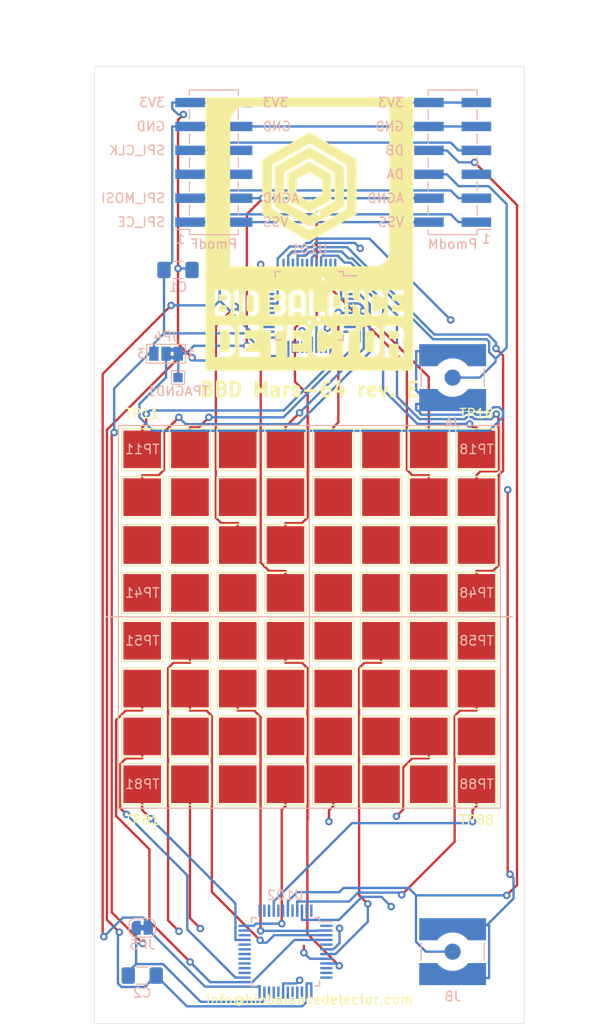
<source format=kicad_pcb>
(kicad_pcb (version 20241229) (generator "pcbnew") (generator_version "9.0")
  (title_block (title "Mars-64") (date "2020-05-10") (rev "E") (company "Bio Balance Detector"))
  (layers (0 "F.Cu" jumper) (2 "B.Cu" signal) (13 "F.Paste" user) (15 "B.Paste" user) (5 "F.SilkS" user "F.Silkscreen") (7 "B.SilkS" user "B.Silkscreen") (1 "F.Mask" user) (3 "B.Mask" user) (25 "Edge.Cuts" user))
  (net 0 "")
  (net 1 "/~{SPI_CE}")
  (net 2 "/SPI_MOSI")
  (net 3 "/SPI_CLK")
  (net 4 "GND")
  (net 5 "/VCC3V3")
  (net 6 "/AGND")
  (net 7 "/DA")
  (net 8 "/DB")
  (net 9 "Net-(TP101-Pad1)")
  (net 10 "Net-(TP102-Pad1)")
  (net 11 "Net-(TP103-Pad1)")
  (net 12 "Net-(TP104-Pad1)")
  (net 13 "Net-(TP105-Pad1)")
  (net 14 "Net-(TP106-Pad1)")
  (net 15 "Net-(TP107-Pad1)")
  (net 16 "Net-(TP108-Pad1)")
  (net 17 "Net-(TP109-Pad1)")
  (net 18 "Net-(TP110-Pad1)")
  (net 19 "Net-(TP111-Pad1)")
  (net 20 "Net-(TP112-Pad1)")
  (net 21 "Net-(TP113-Pad1)")
  (net 22 "Net-(TP114-Pad1)")
  (net 23 "Net-(TP115-Pad1)")
  (net 24 "Net-(TP116-Pad1)")
  (net 25 "Net-(TP117-Pad1)")
  (net 26 "Net-(TP118-Pad1)")
  (net 27 "Net-(TP119-Pad1)")
  (net 28 "Net-(TP120-Pad1)")
  (net 29 "Net-(TP121-Pad1)")
  (net 30 "Net-(TP122-Pad1)")
  (net 31 "Net-(TP123-Pad1)")
  (net 32 "Net-(TP124-Pad1)")
  (net 33 "Net-(TP125-Pad1)")
  (net 34 "Net-(TP126-Pad1)")
  (net 35 "Net-(TP127-Pad1)")
  (net 36 "Net-(TP128-Pad1)")
  (net 37 "Net-(TP129-Pad1)")
  (net 38 "Net-(TP130-Pad1)")
  (net 39 "Net-(TP131-Pad1)")
  (net 40 "Net-(TP132-Pad1)")
  (net 41 "Net-(TP201-Pad1)")
  (net 42 "Net-(TP202-Pad1)")
  (net 43 "Net-(TP203-Pad1)")
  (net 44 "Net-(TP204-Pad1)")
  (net 45 "Net-(TP205-Pad1)")
  (net 46 "Net-(TP206-Pad1)")
  (net 47 "Net-(TP207-Pad1)")
  (net 48 "Net-(TP208-Pad1)")
  (net 49 "Net-(TP209-Pad1)")
  (net 50 "Net-(TP210-Pad1)")
  (net 51 "Net-(TP211-Pad1)")
  (net 52 "Net-(TP212-Pad1)")
  (net 53 "Net-(TP213-Pad1)")
  (net 54 "Net-(TP214-Pad1)")
  (net 55 "Net-(TP215-Pad1)")
  (net 56 "Net-(TP216-Pad1)")
  (net 57 "Net-(TP217-Pad1)")
  (net 58 "Net-(TP218-Pad1)")
  (net 59 "Net-(TP219-Pad1)")
  (net 60 "Net-(TP220-Pad1)")
  (net 61 "Net-(TP221-Pad1)")
  (net 62 "Net-(TP222-Pad1)")
  (net 63 "Net-(TP223-Pad1)")
  (net 64 "Net-(TP224-Pad1)")
  (net 65 "Net-(TP225-Pad1)")
  (net 66 "Net-(TP226-Pad1)")
  (net 67 "Net-(TP227-Pad1)")
  (net 68 "Net-(TP228-Pad1)")
  (net 69 "Net-(TP229-Pad1)")
  (net 70 "Net-(TP230-Pad1)")
  (net 71 "Net-(TP231-Pad1)")
  (net 72 "Net-(TP232-Pad1)")
  (net 73 "Net-(J101-Pad2)")
  (net 74 "/VSS")
  (net 75 "Net-(PmodF2-Pad10)")
  (net 76 "Net-(PmodF2-Pad9)")
  (net 77 "Net-(PmodF2-Pad3)")
  (net 78 "Net-(PmodM1-Pad3)")
  (net 79 "Net-(U101-Pad15)")
  (net 80 "Net-(U101-Pad16)")
  (net 81 "Net-(U101-Pad20)")
  (net 82 "Net-(U101-Pad21)")
  (net 83 "Net-(U101-Pad22)")
  (net 84 "Net-(U101-Pad41)")
  (net 85 "Net-(U101-Pad42)")
  (net 86 "Net-(U101-Pad44)")
  (net 87 "Net-(U102-Pad44)")
  (net 88 "Net-(U102-Pad42)")
  (net 89 "Net-(U102-Pad41)")
  (net 90 "Net-(U102-Pad22)")
  (net 91 "Net-(U102-Pad21)")
  (net 92 "Net-(U102-Pad20)")
  (net 93 "Net-(U102-Pad16)")
  (net 94 "Net-(U102-Pad15)")
  (footprint "TestPoint:TestPoint_Pad_4.0x4.0mm" (layer "F.Cu") (at 81.28 119.38)
    (property "Reference" "TP229" (hide yes))
    (property "Value" "TestPoint_Small" (hide yes))
  )
  (footprint "TestPoint:TestPoint_Pad_4.0x4.0mm" (layer "F.Cu") (at 76.2 119.38)
    (property "Reference" "TP228" (hide yes))
    (property "Value" "TestPoint_Small" (hide yes))
  )
  (footprint "TestPoint:TestPoint_Pad_4.0x4.0mm" (layer "F.Cu") (at 91.44 119.38)
    (property "Reference" "TP231" (hide yes))
    (property "Value" "TestPoint_Small" (hide yes))
  )
  (footprint "TestPoint:TestPoint_Pad_4.0x4.0mm" (layer "F.Cu") (at 71.12 119.38)
    (property "Reference" "TP227" (hide yes))
    (property "Value" "TestPoint_Small" (hide yes))
  )
  (footprint "TestPoint:TestPoint_Pad_4.0x4.0mm" (layer "F.Cu") (at 86.36 119.38)
    (property "Reference" "TP230" (hide yes))
    (property "Value" "TestPoint_Small" (hide yes))
  )
  (footprint "TestPoint:TestPoint_Pad_4.0x4.0mm" (layer "F.Cu") (at 96.52 119.38)
    (property "Reference" "TP232" (hide yes))
    (property "Value" "TestPoint_Small" (hide yes))
  )
  (footprint "TestPoint:TestPoint_Pad_4.0x4.0mm" (layer "F.Cu") (at 96.52 114.3)
    (property "Reference" "TP224" (hide yes))
    (property "Value" "TestPoint_Small" (hide yes))
  )
  (footprint "TestPoint:TestPoint_Pad_4.0x4.0mm" (layer "F.Cu") (at 91.44 114.3)
    (property "Reference" "TP223" (hide yes))
    (property "Value" "TestPoint_Small" (hide yes))
  )
  (footprint "TestPoint:TestPoint_Pad_4.0x4.0mm" (layer "F.Cu") (at 81.28 114.3)
    (property "Reference" "TP221" (hide yes))
    (property "Value" "TestPoint_Small" (hide yes))
  )
  (footprint "TestPoint:TestPoint_Pad_4.0x4.0mm" (layer "F.Cu") (at 91.44 109.22)
    (property "Reference" "TP215" (hide yes))
    (property "Value" "TestPoint_Small" (hide yes))
  )
  (footprint "TestPoint:TestPoint_Pad_4.0x4.0mm" (layer "F.Cu") (at 76.2 114.3)
    (property "Reference" "TP220" (hide yes))
    (property "Value" "TestPoint_Small" (hide yes))
  )
  (footprint "TestPoint:TestPoint_Pad_4.0x4.0mm" (layer "F.Cu") (at 76.2 109.22)
    (property "Reference" "TP212" (hide yes))
    (property "Value" "TestPoint_Small" (hide yes))
  )
  (footprint "TestPoint:TestPoint_Pad_4.0x4.0mm" (layer "F.Cu") (at 60.96 109.22)
    (property "Reference" "TP209" (hide yes))
    (property "Value" "TestPoint_Small" (hide yes))
  )
  (footprint "TestPoint:TestPoint_Pad_4.0x4.0mm" (layer "F.Cu") (at 66.04 119.38)
    (property "Reference" "TP226" (hide yes))
    (property "Value" "TestPoint_Small" (hide yes))
  )
  (footprint "TestPoint:TestPoint_Pad_4.0x4.0mm" (layer "F.Cu") (at 86.36 114.3)
    (property "Reference" "TP222" (hide yes))
    (property "Value" "TestPoint_Small" (hide yes))
  )
  (footprint "TestPoint:TestPoint_Pad_4.0x4.0mm" (layer "F.Cu") (at 71.12 114.3)
    (property "Reference" "TP219" (hide yes))
    (property "Value" "TestPoint_Small" (hide yes))
  )
  (footprint "TestPoint:TestPoint_Pad_4.0x4.0mm" (layer "F.Cu") (at 81.28 109.22)
    (property "Reference" "TP213" (hide yes))
    (property "Value" "TestPoint_Small" (hide yes))
  )
  (footprint "TestPoint:TestPoint_Pad_4.0x4.0mm" (layer "F.Cu") (at 66.04 109.22)
    (property "Reference" "TP210" (hide yes))
    (property "Value" "TestPoint_Small" (hide yes))
  )
  (footprint "TestPoint:TestPoint_Pad_4.0x4.0mm" (layer "F.Cu") (at 86.36 109.22)
    (property "Reference" "TP214" (hide yes))
    (property "Value" "TestPoint_Small" (hide yes))
  )
  (footprint "TestPoint:TestPoint_Pad_4.0x4.0mm" (layer "F.Cu") (at 60.96 114.3)
    (property "Reference" "TP217" (hide yes))
    (property "Value" "TestPoint_Small" (hide yes))
  )
  (footprint "TestPoint:TestPoint_Pad_4.0x4.0mm" (layer "F.Cu") (at 60.96 119.38)
    (property "Reference" "TP225" (hide yes))
    (property "Value" "TestPoint_Small" (hide yes))
  )
  (footprint "TestPoint:TestPoint_Pad_4.0x4.0mm" (layer "F.Cu") (at 66.04 114.3)
    (property "Reference" "TP218" (hide yes))
    (property "Value" "TestPoint_Small" (hide yes))
  )
  (footprint "TestPoint:TestPoint_Pad_4.0x4.0mm" (layer "F.Cu") (at 96.52 109.22)
    (property "Reference" "TP216" (hide yes))
    (property "Value" "TestPoint_Small" (hide yes))
  )
  (footprint "TestPoint:TestPoint_Pad_4.0x4.0mm" (layer "F.Cu") (at 71.12 109.22)
    (property "Reference" "TP211" (hide yes))
    (property "Value" "TestPoint_Small" (hide yes))
  )
  (footprint "TestPoint:TestPoint_Pad_4.0x4.0mm" (layer "F.Cu") (at 86.36 104.14)
    (property "Reference" "TP206" (hide yes))
    (property "Value" "TestPoint_Small" (hide yes))
  )
  (footprint "TestPoint:TestPoint_Pad_4.0x4.0mm" (layer "F.Cu") (at 81.28 104.14)
    (property "Reference" "TP205" (hide yes))
    (property "Value" "TestPoint_Small" (hide yes))
  )
  (footprint "TestPoint:TestPoint_Pad_4.0x4.0mm" (layer "F.Cu") (at 71.12 104.14)
    (property "Reference" "TP203" (hide yes))
    (property "Value" "TestPoint_Small" (hide yes))
  )
  (footprint "TestPoint:TestPoint_Pad_4.0x4.0mm" (layer "F.Cu") (at 76.2 104.14)
    (property "Reference" "TP204" (hide yes))
    (property "Value" "TestPoint_Small" (hide yes))
  )
  (footprint "TestPoint:TestPoint_Pad_4.0x4.0mm" (layer "F.Cu") (at 66.04 104.14)
    (property "Reference" "TP202" (hide yes))
    (property "Value" "TestPoint_Small" (hide yes))
  )
  (footprint "TestPoint:TestPoint_Pad_4.0x4.0mm" (layer "F.Cu") (at 60.96 104.14)
    (property "Reference" "TP201" (hide yes))
    (property "Value" "TestPoint_Small" (hide yes))
  )
  (footprint "TestPoint:TestPoint_Pad_4.0x4.0mm" (layer "F.Cu") (at 91.44 99.06)
    (property "Reference" "TP131" (hide yes))
    (property "Value" "TestPoint_Small" (hide yes))
  )
  (footprint "TestPoint:TestPoint_Pad_4.0x4.0mm" (layer "F.Cu") (at 86.36 99.06)
    (property "Reference" "TP130" (hide yes))
    (property "Value" "TestPoint_Small" (hide yes))
  )
  (footprint "TestPoint:TestPoint_Pad_4.0x4.0mm" (layer "F.Cu") (at 71.12 99.06)
    (property "Reference" "TP127" (hide yes))
    (property "Value" "TestPoint_Small" (hide yes))
  )
  (footprint "TestPoint:TestPoint_Pad_4.0x4.0mm" (layer "F.Cu") (at 96.52 99.06)
    (property "Reference" "TP132" (hide yes))
    (property "Value" "TestPoint_Small" (hide yes))
  )
  (footprint "TestPoint:TestPoint_Pad_4.0x4.0mm" (layer "F.Cu") (at 81.28 99.06)
    (property "Reference" "TP129" (hide yes))
    (property "Value" "TestPoint_Small" (hide yes))
  )
  (footprint "TestPoint:TestPoint_Pad_4.0x4.0mm" (layer "F.Cu") (at 91.44 93.98)
    (property "Reference" "TP123" (hide yes))
    (property "Value" "TestPoint_Small" (hide yes))
  )
  (footprint "TestPoint:TestPoint_Pad_4.0x4.0mm" (layer "F.Cu") (at 76.2 99.06)
    (property "Reference" "TP128" (hide yes))
    (property "Value" "TestPoint_Small" (hide yes))
  )
  (footprint "TestPoint:TestPoint_Pad_4.0x4.0mm" (layer "F.Cu") (at 66.04 99.06)
    (property "Reference" "TP126" (hide yes))
    (property "Value" "TestPoint_Small" (hide yes))
  )
  (footprint "TestPoint:TestPoint_Pad_4.0x4.0mm" (layer "F.Cu") (at 60.96 99.06)
    (property "Reference" "TP125" (hide yes))
    (property "Value" "TestPoint_Small" (hide yes))
  )
  (footprint "TestPoint:TestPoint_Pad_4.0x4.0mm" (layer "F.Cu") (at 96.52 93.98)
    (property "Reference" "TP124" (hide yes))
    (property "Value" "TestPoint_Small" (hide yes))
  )
  (footprint "TestPoint:TestPoint_Pad_4.0x4.0mm" (layer "F.Cu") (at 96.52 104.14)
    (property "Reference" "TP208" (hide yes))
    (property "Value" "TestPoint_Small" (hide yes))
  )
  (footprint "TestPoint:TestPoint_Pad_4.0x4.0mm" (layer "F.Cu") (at 91.44 104.14)
    (property "Reference" "TP207" (hide yes))
    (property "Value" "TestPoint_Small" (hide yes))
  )
  (footprint "TestPoint:TestPoint_Pad_4.0x4.0mm" (layer "F.Cu") (at 71.12 83.82)
    (property "Reference" "TP103" (hide yes))
    (property "Value" "TestPoint_Small" (hide yes))
  )
  (footprint "TestPoint:TestPoint_Pad_4.0x4.0mm" (layer "F.Cu") (at 76.2 83.82)
    (property "Reference" "TP104" (hide yes))
    (property "Value" "TestPoint_Small" (hide yes))
  )
  (footprint "TestPoint:TestPoint_Pad_4.0x4.0mm" (layer "F.Cu") (at 66.04 83.82)
    (property "Reference" "TP102" (hide yes))
    (property "Value" "TestPoint_Small" (hide yes))
  )
  (footprint "TestPoint:TestPoint_Pad_4.0x4.0mm" (layer "F.Cu") (at 60.96 83.82)
    (property "Reference" "TP101" (hide yes))
    (property "Value" "TestPoint_Small" (hide yes))
  )
  (footprint "TestPoint:TestPoint_Pad_4.0x4.0mm" (layer "F.Cu") (at 86.36 88.9)
    (property "Reference" "TP114" (hide yes))
    (property "Value" "TestPoint_Small" (hide yes))
  )
  (footprint "TestPoint:TestPoint_Pad_4.0x4.0mm" (layer "F.Cu") (at 86.36 93.98)
    (property "Reference" "TP122" (hide yes))
    (property "Value" "TestPoint_Small" (hide yes))
  )
  (footprint "TestPoint:TestPoint_Pad_4.0x4.0mm" (layer "F.Cu") (at 71.12 88.9)
    (property "Reference" "TP111" (hide yes))
    (property "Value" "TestPoint_Small" (hide yes))
  )
  (footprint "TestPoint:TestPoint_Pad_4.0x4.0mm" (layer "F.Cu") (at 81.28 93.98)
    (property "Reference" "TP121" (hide yes))
    (property "Value" "TestPoint_Small" (hide yes))
  )
  (footprint "TestPoint:TestPoint_Pad_4.0x4.0mm" (layer "F.Cu") (at 60.96 88.9)
    (property "Reference" "TP109" (hide yes))
    (property "Value" "TestPoint_Small" (hide yes))
  )
  (footprint "TestPoint:TestPoint_Pad_4.0x4.0mm" (layer "F.Cu") (at 66.04 93.98)
    (property "Reference" "TP118" (hide yes))
    (property "Value" "TestPoint_Small" (hide yes))
  )
  (footprint "TestPoint:TestPoint_Pad_4.0x4.0mm" (layer "F.Cu") (at 60.96 93.98)
    (property "Reference" "TP117" (hide yes))
    (property "Value" "TestPoint_Small" (hide yes))
  )
  (footprint "TestPoint:TestPoint_Pad_4.0x4.0mm" (layer "F.Cu") (at 76.2 93.98)
    (property "Reference" "TP120" (hide yes))
    (property "Value" "TestPoint_Small" (hide yes))
  )
  (footprint "TestPoint:TestPoint_Pad_4.0x4.0mm" (layer "F.Cu") (at 71.12 93.98)
    (property "Reference" "TP119" (hide yes))
    (property "Value" "TestPoint_Small" (hide yes))
  )
  (footprint "TestPoint:TestPoint_Pad_4.0x4.0mm" (layer "F.Cu") (at 96.52 88.9)
    (property "Reference" "TP116" (hide yes))
    (property "Value" "TestPoint_Small" (hide yes))
  )
  (footprint "TestPoint:TestPoint_Pad_4.0x4.0mm" (layer "F.Cu") (at 91.44 88.9)
    (property "Reference" "TP115" (hide yes))
    (property "Value" "TestPoint_Small" (hide yes))
  )
  (footprint "TestPoint:TestPoint_Pad_4.0x4.0mm" (layer "F.Cu") (at 86.36 83.82)
    (property "Reference" "TP106" (hide yes))
    (property "Value" "TestPoint_Small" (hide yes))
  )
  (footprint "TestPoint:TestPoint_Pad_4.0x4.0mm" (layer "F.Cu") (at 76.2 88.9)
    (property "Reference" "TP112" (hide yes))
    (property "Value" "TestPoint_Small" (hide yes))
  )
  (footprint "TestPoint:TestPoint_Pad_4.0x4.0mm" (layer "F.Cu") (at 81.28 88.9)
    (property "Reference" "TP113" (hide yes))
    (property "Value" "TestPoint_Small" (hide yes))
  )
  (footprint "TestPoint:TestPoint_Pad_4.0x4.0mm" (layer "F.Cu") (at 96.52 83.82)
    (property "Reference" "TP108" (hide yes))
    (property "Value" "TestPoint_Small" (hide yes))
  )
  (footprint "TestPoint:TestPoint_Pad_4.0x4.0mm" (layer "F.Cu") (at 91.44 83.82)
    (property "Reference" "TP107" (hide yes))
    (property "Value" "TestPoint_Small" (hide yes))
  )
  (footprint "TestPoint:TestPoint_Pad_4.0x4.0mm" (layer "F.Cu") (at 66.04 88.9)
    (property "Reference" "TP110" (hide yes))
    (property "Value" "TestPoint_Small" (hide yes))
  )
  (footprint "TestPoint:TestPoint_Pad_4.0x4.0mm" (layer "F.Cu") (at 81.28 83.82)
    (property "Reference" "TP105" (hide yes))
    (property "Value" "TestPoint_Small" (hide yes))
  )
  (footprint "MountingHole:MountingHole_2.7mm_M2.5" (layer "F.Cu") (at 59.69 68.58)
    (property "Reference" "H1" (hide yes))
    (property "Value" "MountingHole")
  )
  (footprint "MountingHole:MountingHole_2.7mm_M2.5" (layer "F.Cu") (at 97.79 68.58)
    (property "Reference" "H2" (hide yes))
    (property "Value" "MountingHole")
  )
  (footprint "MountingHole:MountingHole_2.7mm_M2.5" (layer "F.Cu") (at 59.69 127)
    (property "Reference" "H3" (hide yes))
    (property "Value" "MountingHole")
  )
  (footprint "MountingHole:MountingHole_2.7mm_M2.5" (layer "F.Cu") (at 97.79 127)
    (property "Reference" "H4" (hide yes))
    (property "Value" "MountingHole")
  )
  (footprint "Mars-64:BBD_Logo_33x33mm" (layer "F.Cu") (at 78.74 60.96)
    (property "Reference" "G***" (hide yes))
    (property "Value" "LOGO" (hide yes))
  )
  (footprint "Connector_Coaxial:SMA_Amphenol_132134-10_Vertical" (layer "B.Cu") (at 93.98 137.16)
    (property "Reference" "JB")
    (property "Value" "Conn_Coaxial")
  )
  (footprint "TestPoint:TestPoint_Pad_1.0x1.0mm" (layer "B.Cu") (at 64.77 76.2)
    (property "Reference" "TPAGND1")
    (property "Value" "TestPoint_Small")
  )
  (footprint "Jumper:SolderJumper-3_P1.3mm_Bridged2Bar12_Pad1.0x1.5mm_NumberLabels" (layer "B.Cu") (at 63.5 73.66 180)
    (property "Reference" "JP4")
    (property "Value" "Jumper_NC_Dual")
  )
  (footprint "Capacitor_SMD:C_1206_3216Metric_Pad1.42x1.75mm_HandSolder" (layer "B.Cu") (at 60.96 139.7)
    (property "Reference" "C2")
    (property "Value" "100 nF")
  )
  (footprint "Package_QFP:TQFP-48_7x7mm_P0.5mm" (layer "B.Cu") (at 78.74 68.58 180)
    (property "Reference" "U101")
    (property "Value" "ADG731")
  )
  (footprint "Jumper:SolderJumper-2_P1.3mm_Bridged_RoundedPad1.0x1.5mm" (layer "B.Cu") (at 60.96 134.62)
    (property "Reference" "JP5")
    (property "Value" "SolderJumper_2_Bridged")
  )
  (footprint "Connector_Coaxial:SMA_Amphenol_132134-10_Vertical" (layer "B.Cu") (at 93.98 76.2)
    (property "Reference" "JA")
    (property "Value" "Conn_Coaxial")
  )
  (footprint "Capacitor_SMD:C_1206_3216Metric_Pad1.42x1.75mm_HandSolder" (layer "B.Cu") (at 64.77 64.77)
    (property "Reference" "C1")
    (property "Value" "100 nF")
  )
  (footprint "Package_QFP:TQFP-48_7x7mm_P0.5mm" (layer "B.Cu") (at 76.2 137.16 180)
    (property "Reference" "U102")
    (property "Value" "ADG731")
  )
  (footprint "Mars-64:PinHeader_2x06_P2.54mm_Vertical_SMD_TopBottom" (layer "B.Cu") (at 68.58 53.34)
    (property "Reference" "PmodF")
    (property "Value" "Conn_02x06_Top_Bottom")
  )
  (footprint "Mars-64:PinHeader_2x06_P2.54mm_Vertical_SMD_TopBottom_Mirrored" (layer "B.Cu") (at 93.98 53.34)
    (property "Reference" "PmodM")
    (property "Value" "Conn_02x06_Top_Bottom")
  )
  (gr_line (start 78.74 80.01) (end 78.74 82.55) (stroke (width 0.12)) (layer "F.SilkS"))
  (gr_line (start 77.47 101.6) (end 80.01 101.6) (stroke (width 0.12)) (layer "F.SilkS"))
  (gr_line (start 97.79 101.6) (end 100.33 101.6) (stroke (width 0.12)) (layer "F.SilkS"))
  (gr_line (start 57.15 101.6) (end 59.69 101.6) (stroke (width 0.12)) (layer "F.SilkS"))
  (gr_line (start 78.74 100.33) (end 78.74 102.87) (stroke (width 0.12)) (layer "F.SilkS"))
  (gr_line (start 78.74 123.19) (end 78.74 120.65) (stroke (width 0.12)) (layer "F.SilkS"))
  (gr_line (start 58.42 121.92) (end 58.42 81.28) (stroke (width 0.12)) (layer "B.SilkS"))
  (gr_line (start 58.42 101.6) (end 99.06 101.6) (stroke (width 0.12)) (layer "B.SilkS"))
  (gr_line (start 78.74 121.92) (end 78.74 123.19) (stroke (width 0.12)) (layer "B.SilkS"))
  (gr_line (start 78.74 81.28) (end 78.74 80.01) (stroke (width 0.12)) (layer "B.SilkS"))
  (gr_line (start 99.06 121.92) (end 58.42 121.92) (stroke (width 0.12)) (layer "B.SilkS"))
  (gr_line (start 58.42 81.28) (end 99.06 81.28) (stroke (width 0.12)) (layer "B.SilkS"))
  (gr_line (start 78.74 81.28) (end 78.74 121.92) (stroke (width 0.12)) (layer "B.SilkS"))
  (gr_line (start 58.42 101.6) (end 57.15 101.6) (stroke (width 0.12)) (layer "B.SilkS"))
  (gr_line (start 99.06 81.28) (end 99.06 121.92) (stroke (width 0.12)) (layer "B.SilkS"))
  (gr_line (start 99.06 101.6) (end 100.33 101.6) (stroke (width 0.12)) (layer "B.SilkS"))
  (gr_line (start 55.88 43.18) (end 55.88 144.78) (stroke (width 0.05)) (layer "Edge.Cuts"))
  (gr_line (start 101.6 43.18) (end 101.6 144.78) (stroke (width 0.05)) (layer "Edge.Cuts"))
  (gr_line (start 55.88 43.18) (end 101.6 43.18) (stroke (width 0.05)) (layer "Edge.Cuts"))
  (gr_line (start 101.6 144.78) (end 55.88 144.78) (stroke (width 0.05)) (layer "Edge.Cuts"))
  (gr_text "BBD Mars-64 rev. E" (at 78.74 77.47 0) (layer "F.SilkS") (effects (font (size 1.5 1.5) (thickness 0.3))))
  (gr_text "TP81" (at 60.96 123.19 0) (layer "F.SilkS") (effects (font (size 1 1))))
  (gr_text "TP18" (at 96.52 80.01 0) (layer "F.SilkS") (effects (font (size 1 1))))
  (gr_text "TP11" (at 60.96 80.01 0) (layer "F.SilkS") (effects (font (size 1 1))))
  (gr_text "info@biobalancedetector.com" (at 78.74 142.24 0) (layer "F.SilkS") (effects (font (size 1 1))))
  (gr_text "TP88" (at 96.52 123.19 0) (layer "F.SilkS") (effects (font (size 1 1))))
  (gr_text "DA" (at 88.9 54.61 0) (layer "B.SilkS") (effects (font (size 1 1)) (justify left mirror)))
  (gr_text "AGND" (at 88.9 57.15 0) (layer "B.SilkS") (effects (font (size 1 1)) (justify left mirror)))
  (gr_text "VSS" (at 88.9 59.69 0) (layer "B.SilkS") (effects (font (size 1 1)) (justify left mirror)))
  (gr_text "3V3" (at 73.66 46.99 0) (layer "B.SilkS") (effects (font (size 1 1)) (justify right mirror)))
  (gr_text "GND" (at 73.66 49.53 0) (layer "B.SilkS") (effects (font (size 1 1)) (justify right mirror)))
  (gr_text "GND" (at 88.9 49.53 0) (layer "B.SilkS") (effects (font (size 1 1)) (justify left mirror)))
  (gr_text "3V3" (at 88.9 46.99 0) (layer "B.SilkS") (effects (font (size 1 1)) (justify left mirror)))
  (gr_text "AGND" (at 73.66 57.15 0) (layer "B.SilkS") (effects (font (size 1 1)) (justify right mirror)))
  (gr_text "TP41" (at 60.96 99.06 0) (layer "B.SilkS") (effects (font (size 1 1)) (justify mirror)))
  (gr_text "DB" (at 88.9 52.07 0) (layer "B.SilkS") (effects (font (size 1 1)) (justify left mirror)))
  (gr_text "SPI_CLK" (at 63.5 52.07 0) (layer "B.SilkS") (effects (font (size 1 1)) (justify left mirror)))
  (gr_text "TP81" (at 60.96 119.38 0) (layer "B.SilkS") (effects (font (size 1 1)) (justify mirror)))
  (gr_text "3V3" (at 63.5 46.99 0) (layer "B.SilkS") (effects (font (size 1 1)) (justify left mirror)))
  (gr_text "VSS" (at 73.66 59.69 0) (layer "B.SilkS") (effects (font (size 1 1)) (justify right mirror)))
  (gr_text "SPI_CE" (at 63.5 59.69 0) (layer "B.SilkS") (effects (font (size 1 1)) (justify left mirror)))
  (gr_text "TP18" (at 96.52 83.82 0) (layer "B.SilkS") (effects (font (size 1 1)) (justify mirror)))
  (gr_text "GND" (at 63.5 49.53 0) (layer "B.SilkS") (effects (font (size 1 1)) (justify left mirror)))
  (gr_text "SPI_MOSI" (at 63.5 57.15 0) (layer "B.SilkS") (effects (font (size 1 1)) (justify left mirror)))
  (gr_text "TP88" (at 96.52 119.38 0) (layer "B.SilkS") (effects (font (size 1 1)) (justify mirror)))
  (gr_text "TP51" (at 60.96 104.14 0) (layer "B.SilkS") (effects (font (size 1 1)) (justify mirror)))
  (gr_text "TP58" (at 96.52 104.14 0) (layer "B.SilkS") (effects (font (size 1 1)) (justify mirror)))
  (gr_text "TP11" (at 60.96 83.82 0) (layer "B.SilkS") (effects (font (size 1 1)) (justify mirror)))
  (gr_text "TP48" (at 96.52 99.06 0) (layer "B.SilkS") (effects (font (size 1 1)) (justify mirror)))
  (segment (start 79.5149 59.0575) (end 79.5149 69.8234) (width 0.25) (layer "F.Cu") (net 1))
  (segment (start 79.5149 69.8234) (end 79.724 70.0325) (width 0.25) (layer "F.Cu") (net 1))
  (segment (start 79.7091 58.8633) (end 79.5149 59.0575) (width 0.25) (layer "F.Cu") (net 1))
  (via (at 79.7091 58.8633) (size 0.8) (drill 0.4) (layers "F.Cu" "B.Cu") (net 1))
  (via (at 79.724 70.0325) (size 0.8) (drill 0.4) (layers "F.Cu" "B.Cu") (net 1))
  (segment (start 79.7091 58.8633) (end 68.7834 58.8633) (width 0.25) (layer "B.Cu") (net 1))
  (segment (start 66.055 59.69) (end 67.9567 59.69) (width 0.25) (layer "B.Cu") (net 1))
  (segment (start 79.49 72.93) (end 79.49 70.2665) (width 0.25) (layer "B.Cu") (net 1))
  (segment (start 94.6033 59.69) (end 93.7766 58.8633) (width 0.25) (layer "B.Cu") (net 1))
  (segment (start 96.505 59.69) (end 94.6033 59.69) (width 0.25) (layer "B.Cu") (net 1))
  (segment (start 79.49 70.2665) (end 79.724 70.0325) (width 0.25) (layer "B.Cu") (net 1))
  (segment (start 68.7834 58.8633) (end 67.9567 59.69) (width 0.25) (layer "B.Cu") (net 1))
  (segment (start 93.7766 58.8633) (end 79.7091 58.8633) (width 0.25) (layer "B.Cu") (net 1))
  (via (at 77.9546 71.2265) (size 0.8) (drill 0.4) (layers "F.Cu" "B.Cu") (net 2))
  (segment (start 93.7766 56.3233) (end 94.6033 57.15) (width 0.25) (layer "B.Cu") (net 2))
  (segment (start 68.7834 56.3233) (end 93.7766 56.3233) (width 0.25) (layer "B.Cu") (net 2))
  (segment (start 66.055 57.15) (end 67.9567 57.15) (width 0.25) (layer "B.Cu") (net 2))
  (segment (start 78.99 71.9533) (end 78.2632 71.2265) (width 0.25) (layer "B.Cu") (net 2))
  (segment (start 78.99 72.93) (end 78.99 71.9533) (width 0.25) (layer "B.Cu") (net 2))
  (segment (start 96.505 57.15) (end 94.6033 57.15) (width 0.25) (layer "B.Cu") (net 2))
  (segment (start 78.2632 71.2265) (end 77.9546 71.2265) (width 0.25) (layer "B.Cu") (net 2))
  (segment (start 67.9567 57.15) (end 68.7834 56.3233) (width 0.25) (layer "B.Cu") (net 2))
  (via (at 77.7 140.1975) (size 0.8) (drill 0.4) (layers "F.Cu" "B.Cu") (net 3))
  (via (at 80.6548 70.9423) (size 0.8) (drill 0.4) (layers "F.Cu" "B.Cu") (net 3))
  (segment (start 93.7766 51.2433) (end 94.6033 52.07) (width 0.25) (layer "B.Cu") (net 3))
  (segment (start 68.7834 51.2433) (end 93.7766 51.2433) (width 0.25) (layer "B.Cu") (net 3))
  (segment (start 67.9567 52.07) (end 68.7834 51.2433) (width 0.25) (layer "B.Cu") (net 3))
  (segment (start 96.505 52.07) (end 94.6033 52.07) (width 0.25) (layer "B.Cu") (net 3))
  (segment (start 77.3642 140.5333) (end 77.7 140.1975) (width 0.25) (layer "B.Cu") (net 3))
  (segment (start 75.95 140.5333) (end 77.3642 140.5333) (width 0.25) (layer "B.Cu") (net 3))
  (segment (start 75.95 141.51) (end 75.95 140.5333) (width 0.25) (layer "B.Cu") (net 3))
  (segment (start 66.055 52.07) (end 67.9567 52.07) (width 0.25) (layer "B.Cu") (net 3))
  (segment (start 57.7184 132.9809) (end 61.0278 136.2903) (width 0.25) (layer "F.Cu") (net 4))
  (segment (start 57.9789 82.0268) (end 57.7184 82.2873) (width 0.25) (layer "F.Cu") (net 4))
  (segment (start 57.7184 82.2873) (end 57.7184 132.9809) (width 0.25) (layer "F.Cu") (net 4))
  (via (at 57.9789 82.0268) (size 0.8) (drill 0.4) (layers "F.Cu" "B.Cu") (net 4))
  (via (at 61.0278 136.2903) (size 0.8) (drill 0.4) (layers "F.Cu" "B.Cu") (net 4))
  (segment (start 62.2 73.66) (end 62.2 73.1216) (width 0.25) (layer "B.Cu") (net 4))
  (segment (start 66.055 49.53) (end 64.1533 49.53) (width 0.25) (layer "B.Cu") (net 4))
  (segment (start 60.31 136.2903) (end 60.31 138.4798) (width 0.25) (layer "B.Cu") (net 4))
  (segment (start 74.2923 73.9067) (end 76.49 73.9067) (width 0.25) (layer "B.Cu") (net 4))
  (segment (start 71.105 49.53) (end 91.455 49.53) (width 0.25) (layer "B.Cu") (net 4))
  (segment (start 67.184 142.4867) (end 63.1771 138.4798) (width 0.25) (layer "B.Cu") (net 4))
  (segment (start 64.1533 49.53) (end 64.1533 63.8992) (width 0.25) (layer "B.Cu") (net 4))
  (segment (start 66.055 49.53) (end 71.105 49.53) (width 0.25) (layer "B.Cu") (net 4))
  (segment (start 57.9789 77.3427) (end 57.9789 82.0268) (width 0.25) (layer "B.Cu") (net 4))
  (segment (start 76.49 72.93) (end 76.49 73.9067) (width 0.25) (layer "B.Cu") (net 4))
  (segment (start 73.95 141.51) (end 73.95 142.4867) (width 0.25) (layer "B.Cu") (net 4))
  (segment (start 73.95 142.4867) (end 67.184 142.4867) (width 0.25) (layer "B.Cu") (net 4))
  (segment (start 91.455 49.53) (end 96.505 49.53) (width 0.25) (layer "B.Cu") (net 4))
  (segment (start 63.2825 71.5008) (end 71.8864 71.5008) (width 0.25) (layer "B.Cu") (net 4))
  (segment (start 63.2825 71.5008) (end 62.2 72.5833) (width 0.25) (layer "B.Cu") (net 4))
  (segment (start 61.0278 136.2903) (end 60.31 136.2903) (width 0.25) (layer "B.Cu") (net 4))
  (segment (start 63.2825 64.77) (end 63.2825 71.5008) (width 0.25) (layer "B.Cu") (net 4))
  (segment (start 62.2 73.1216) (end 57.9789 77.3427) (width 0.25) (layer "B.Cu") (net 4))
  (segment (start 64.1533 63.8992) (end 63.2825 64.77) (width 0.25) (layer "B.Cu") (net 4))
  (segment (start 62.2 73.1216) (end 62.2 72.5833) (width 0.25) (layer "B.Cu") (net 4))
  (segment (start 63.1771 138.4798) (end 60.31 138.4798) (width 0.25) (layer "B.Cu") (net 4))
  (segment (start 59.4725 139.7) (end 59.4725 139.3173) (width 0.25) (layer "B.Cu") (net 4))
  (segment (start 59.4725 139.3173) (end 60.31 138.4798) (width 0.25) (layer "B.Cu") (net 4))
  (segment (start 71.8864 71.5008) (end 74.2923 73.9067) (width 0.25) (layer "B.Cu") (net 4))
  (segment (start 60.31 134.62) (end 60.31 136.2903) (width 0.25) (layer "B.Cu") (net 4))
  (segment (start 65.3468 48.26) (end 64.77 48.8368) (width 0.25) (layer "F.Cu") (net 5))
  (segment (start 65.5688 73.3826) (end 66.2801 74.0939) (width 0.25) (layer "F.Cu") (net 5))
  (segment (start 64.77 48.8368) (end 64.77 64.6143) (width 0.25) (layer "F.Cu") (net 5))
  (segment (start 64.77 72.5838) (end 65.5688 73.3826) (width 0.25) (layer "F.Cu") (net 5))
  (segment (start 58.5281 135.0915) (end 57.2054 133.7688) (width 0.25) (layer "F.Cu") (net 5))
  (segment (start 57.2054 133.7688) (end 57.2054 81.746) (width 0.25) (layer "F.Cu") (net 5))
  (segment (start 64.77 64.6143) (end 64.77 72.5838) (width 0.25) (layer "F.Cu") (net 5))
  (segment (start 57.2054 81.746) (end 65.5688 73.3826) (width 0.25) (layer "F.Cu") (net 5))
  (via (at 66.2801 74.0939) (size 0.8) (drill 0.4) (layers "F.Cu" "B.Cu") (net 5))
  (via (at 58.5281 135.0915) (size 0.8) (drill 0.4) (layers "F.Cu" "B.Cu") (net 5))
  (via (at 65.3468 48.26) (size 0.8) (drill 0.4) (layers "F.Cu" "B.Cu") (net 5))
  (via (at 64.77 64.6143) (size 0.8) (drill 0.4) (layers "F.Cu" "B.Cu") (net 5))
  (segment (start 61.2448 140.9027) (end 58.7523 140.9027) (width 0.25) (layer "B.Cu") (net 5))
  (segment (start 62.4475 139.7) (end 65.7104 142.9629) (width 0.25) (layer "B.Cu") (net 5))
  (segment (start 65.7104 142.9629) (end 77.9738 142.9629) (width 0.25) (layer "B.Cu") (net 5))
  (segment (start 78.45 140.5333) (end 78.95 140.5333) (width 0.25) (layer "B.Cu") (net 5))
  (segment (start 64.1533 46.99) (end 64.1533 47.6325) (width 0.25) (layer "B.Cu") (net 5))
  (segment (start 96.505 46.99) (end 91.455 46.99) (width 0.25) (layer "B.Cu") (net 5))
  (segment (start 80.5167 74.38) (end 80.99 73.9067) (width 0.25) (layer "B.Cu") (net 5))
  (segment (start 66.055 46.99) (end 64.1533 46.99) (width 0.25) (layer "B.Cu") (net 5))
  (segment (start 77.9738 142.9629) (end 78.45 142.4867) (width 0.25) (layer "B.Cu") (net 5))
  (segment (start 78.45 141.51) (end 78.45 140.5333) (width 0.25) (layer "B.Cu") (net 5))
  (segment (start 64.77 64.6143) (end 66.1018 64.6143) (width 0.25) (layer "B.Cu") (net 5))
  (segment (start 80.99 72.93) (end 80.99 73.9067) (width 0.25) (layer "B.Cu") (net 5))
  (segment (start 64.1533 47.6325) (end 64.7808 48.26) (width 0.25) (layer "B.Cu") (net 5))
  (segment (start 78.45 141.51) (end 78.45 142.4867) (width 0.25) (layer "B.Cu") (net 5))
  (segment (start 64.7808 48.26) (end 65.3468 48.26) (width 0.25) (layer "B.Cu") (net 5))
  (segment (start 71.105 46.99) (end 66.055 46.99) (width 0.25) (layer "B.Cu") (net 5))
  (segment (start 58.7523 140.9027) (end 58.3791 140.5295) (width 0.25) (layer "B.Cu") (net 5))
  (segment (start 81.49 72.93) (end 81.49 71.9533) (width 0.25) (layer "B.Cu") (net 5))
  (segment (start 62.4475 139.7) (end 61.2448 140.9027) (width 0.25) (layer "B.Cu") (net 5))
  (segment (start 78.95 141.51) (end 78.95 140.5333) (width 0.25) (layer "B.Cu") (net 5))
  (segment (start 66.2801 74.0939) (end 66.5662 74.38) (width 0.25) (layer "B.Cu") (net 5))
  (segment (start 66.1018 64.6143) (end 66.2575 64.77) (width 0.25) (layer "B.Cu") (net 5))
  (segment (start 80.99 72.4416) (end 80.99 71.9533) (width 0.25) (layer "B.Cu") (net 5))
  (segment (start 80.99 71.9533) (end 81.49 71.9533) (width 0.25) (layer "B.Cu") (net 5))
  (segment (start 80.99 72.4416) (end 80.99 72.93) (width 0.25) (layer "B.Cu") (net 5))
  (segment (start 58.3791 135.2405) (end 58.5281 135.0915) (width 0.25) (layer "B.Cu") (net 5))
  (segment (start 91.455 46.99) (end 71.105 46.99) (width 0.25) (layer "B.Cu") (net 5))
  (segment (start 66.5662 74.38) (end 80.5167 74.38) (width 0.25) (layer "B.Cu") (net 5))
  (segment (start 58.3791 140.5295) (end 58.3791 135.2405) (width 0.25) (layer "B.Cu") (net 5))
  (segment (start 72.0915 72.8194) (end 72.0915 58.8553) (width 0.25) (layer "F.Cu") (net 6))
  (segment (start 72.0915 58.8553) (end 73.7968 57.15) (width 0.25) (layer "F.Cu") (net 6))
  (via (at 73.7968 57.15) (size 0.8) (drill 0.4) (layers "F.Cu" "B.Cu") (net 6))
  (via (at 72.0915 72.8194) (size 0.8) (drill 0.4) (layers "F.Cu" "B.Cu") (net 6))
  (segment (start 64.8 73.66) (end 65.6267 73.66) (width 0.25) (layer "B.Cu") (net 6))
  (segment (start 64.77 75.3733) (end 64.8 75.3433) (width 0.25) (layer "B.Cu") (net 6))
  (segment (start 64.8 75.3433) (end 64.8 73.66) (width 0.25) (layer "B.Cu") (net 6))
  (segment (start 72.0915 72.8194) (end 66.4673 72.8194) (width 0.25) (layer "B.Cu") (net 6))
  (segment (start 64.77 76.2) (end 64.77 75.3733) (width 0.25) (layer "B.Cu") (net 6))
  (segment (start 66.4673 72.8194) (end 65.6267 73.66) (width 0.25) (layer "B.Cu") (net 6))
  (segment (start 73.7968 57.15) (end 91.455 57.15) (width 0.25) (layer "B.Cu") (net 6))
  (segment (start 71.105 57.15) (end 73.7968 57.15) (width 0.25) (layer "B.Cu") (net 6))
  (segment (start 97.6108 72.1304) (end 91.9051 72.1304) (width 0.25) (layer "B.Cu") (net 7))
  (segment (start 93.98 76.2) (end 96.8598 76.2) (width 0.25) (layer "B.Cu") (net 7))
  (segment (start 93.3567 54.61) (end 94.6198 55.8731) (width 0.25) (layer "B.Cu") (net 7))
  (segment (start 82.1653 62.8016) (end 79.803 62.8016) (width 0.25) (layer "B.Cu") (net 7))
  (segment (start 79.2189 63.2533) (end 78.99 63.4822) (width 0.25) (layer "B.Cu") (net 7))
  (segment (start 99.7221 57.7798) (end 99.7221 73.0193) (width 0.25) (layer "B.Cu") (net 7))
  (segment (start 94.6198 55.8731) (end 97.8154 55.8731) (width 0.25) (layer "B.Cu") (net 7))
  (segment (start 99.7221 73.0193) (end 98.5519 74.1895) (width 0.25) (layer "B.Cu") (net 7))
  (segment (start 84.7787 65.0039) (end 83.3134 63.5386) (width 0.25) (layer "B.Cu") (net 7))
  (segment (start 97.8154 55.8731) (end 99.7221 57.7798) (width 0.25) (layer "B.Cu") (net 7))
  (segment (start 79.3513 63.2533) (end 79.2189 63.2533) (width 0.25) (layer "B.Cu") (net 7))
  (segment (start 83.3134 63.5386) (end 82.9023 63.5386) (width 0.25) (layer "B.Cu") (net 7))
  (segment (start 98.5519 74.5079) (end 98.5519 74.1895) (width 0.25) (layer "B.Cu") (net 7))
  (segment (start 91.455 54.61) (end 93.3567 54.61) (width 0.25) (layer "B.Cu") (net 7))
  (segment (start 98.5519 74.1895) (end 97.8621 73.4997) (width 0.25) (layer "B.Cu") (net 7))
  (segment (start 79.803 62.8016) (end 79.3513 63.2533) (width 0.25) (layer "B.Cu") (net 7))
  (segment (start 96.8598 76.2) (end 98.5519 74.5079) (width 0.25) (layer "B.Cu") (net 7))
  (segment (start 78.99 63.4822) (end 78.99 64.23) (width 0.25) (layer "B.Cu") (net 7))
  (segment (start 84.7787 65.004) (end 84.7787 65.0039) (width 0.25) (layer "B.Cu") (net 7))
  (segment (start 91.9051 72.1304) (end 84.7787 65.004) (width 0.25) (layer "B.Cu") (net 7))
  (segment (start 97.8621 72.3817) (end 97.6108 72.1304) (width 0.25) (layer "B.Cu") (net 7))
  (segment (start 97.8621 73.4997) (end 97.8621 72.3817) (width 0.25) (layer "B.Cu") (net 7))
  (segment (start 82.9023 63.5386) (end 82.1653 62.8016) (width 0.25) (layer "B.Cu") (net 7))
  (segment (start 96.301 53.34) (end 100.8291 57.8681) (width 0.25) (layer "F.Cu") (net 8))
  (segment (start 100.8291 130.0773) (end 99.7303 131.1761) (width 0.25) (layer "F.Cu") (net 8))
  (segment (start 100.8291 57.8681) (end 100.8291 130.0773) (width 0.25) (layer "F.Cu") (net 8))
  (via (at 96.301 53.34) (size 0.8) (drill 0.4) (layers "F.Cu" "B.Cu") (net 8))
  (via (at 99.7303 131.1761) (size 0.8) (drill 0.4) (layers "F.Cu" "B.Cu") (net 8))
  (segment (start 91.1323 137.16) (end 90.0792 136.1069) (width 0.25) (layer "B.Cu") (net 8))
  (segment (start 89.2949 130.3918) (end 82.3733 130.3918) (width 0.25) (layer "B.Cu") (net 8))
  (segment (start 90.0792 131.1761) (end 99.7303 131.1761) (width 0.25) (layer "B.Cu") (net 8))
  (segment (start 82.3733 130.3918) (end 82.1076 130.6575) (width 0.25) (layer "B.Cu") (net 8))
  (segment (start 94.6267 53.34) (end 93.3567 52.07) (width 0.25) (layer "B.Cu") (net 8))
  (segment (start 81.9205 130.8446) (end 77.4387 130.8446) (width 0.25) (layer "B.Cu") (net 8))
  (segment (start 76.45 132.81) (end 76.45 131.8333) (width 0.25) (layer "B.Cu") (net 8))
  (segment (start 90.0792 131.1761) (end 89.2949 130.3918) (width 0.25) (layer "B.Cu") (net 8))
  (segment (start 77.4387 130.8446) (end 76.45 131.8333) (width 0.25) (layer "B.Cu") (net 8))
  (segment (start 93.98 137.16) (end 91.1323 137.16) (width 0.25) (layer "B.Cu") (net 8))
  (segment (start 82.1076 130.6575) (end 81.9205 130.8446) (width 0.25) (layer "B.Cu") (net 8))
  (segment (start 91.455 52.07) (end 93.3567 52.07) (width 0.25) (layer "B.Cu") (net 8))
  (segment (start 82.1076 130.6575) (end 81.9205 130.8446) (width 0.25) (layer "B.Cu") (net 8))
  (segment (start 90.0792 136.1069) (end 90.0792 131.1761) (width 0.25) (layer "B.Cu") (net 8))
  (segment (start 96.301 53.34) (end 94.6267 53.34) (width 0.25) (layer "B.Cu") (net 8))
  (segment (start 60.96 81.4933) (end 61.3842 81.0691) (width 0.25) (layer "F.Cu") (net 9))
  (segment (start 60.96 83.82) (end 60.96 81.4933) (width 0.25) (layer "F.Cu") (net 9))
  (segment (start 61.3842 81.0691) (end 61.3842 80.0691) (width 0.25) (layer "F.Cu") (net 9))
  (via (at 61.3842 80.0691) (size 0.8) (drill 0.4) (layers "F.Cu" "B.Cu") (net 9))
  (segment (start 61.7616 79.6917) (end 76.014 79.6917) (width 0.25) (layer "B.Cu") (net 9))
  (segment (start 82.1133 73.5924) (end 82.1133 71.33) (width 0.25) (layer "B.Cu") (net 9))
  (segment (start 83.09 71.33) (end 82.1133 71.33) (width 0.25) (layer "B.Cu") (net 9))
  (segment (start 76.014 79.6917) (end 82.1133 73.5924) (width 0.25) (layer "B.Cu") (net 9))
  (segment (start 61.3842 80.0691) (end 61.7616 79.6917) (width 0.25) (layer "B.Cu") (net 9))
  (segment (start 66.04 83.82) (end 66.04 81.4933) (width 0.25) (layer "F.Cu") (net 10))
  (segment (start 66.04 81.4933) (end 66.9769 81.4933) (width 0.25) (layer "F.Cu") (net 10))
  (segment (start 66.9769 81.4933) (end 68.0518 80.4184) (width 0.25) (layer "F.Cu") (net 10))
  (via (at 68.0518 80.4184) (size 0.8) (drill 0.4) (layers "F.Cu" "B.Cu") (net 10))
  (segment (start 83.09 70.83) (end 84.0667 70.83) (width 0.25) (layer "B.Cu") (net 10))
  (segment (start 68.0518 80.4184) (end 75.9879 80.4184) (width 0.25) (layer "B.Cu") (net 10))
  (segment (start 75.9879 80.4184) (end 84.0667 72.3396) (width 0.25) (layer "B.Cu") (net 10))
  (segment (start 84.0667 72.3396) (end 84.0667 70.83) (width 0.25) (layer "B.Cu") (net 10))
  (segment (start 77.6956 79.9381) (end 76.2 81.4337) (width 0.25) (layer "F.Cu") (net 12))
  (segment (start 76.2 81.4337) (end 76.2 83.82) (width 0.25) (layer "F.Cu") (net 12))
  (via (at 77.6956 79.9381) (size 0.8) (drill 0.4) (layers "F.Cu" "B.Cu") (net 12))
  (segment (start 84.0667 69.83) (end 84.5263 70.2896) (width 0.25) (layer "B.Cu") (net 12))
  (segment (start 83.09 69.83) (end 84.0667 69.83) (width 0.25) (layer "B.Cu") (net 12))
  (segment (start 84.5263 70.2896) (end 84.5263 73.1074) (width 0.25) (layer "B.Cu") (net 12))
  (segment (start 84.5263 73.1074) (end 77.6956 79.9381) (width 0.25) (layer "B.Cu") (net 12))
  (segment (start 81.28 81.4933) (end 81.8223 80.951) (width 0.25) (layer "F.Cu") (net 13))
  (segment (start 81.28 83.82) (end 81.28 81.4933) (width 0.25) (layer "F.Cu") (net 13))
  (segment (start 81.8223 80.951) (end 81.8223 69.2687) (width 0.25) (layer "F.Cu") (net 13))
  (via (at 81.8223 69.2687) (size 0.8) (drill 0.4) (layers "F.Cu" "B.Cu") (net 13))
  (segment (start 81.8836 69.33) (end 83.09 69.33) (width 0.25) (layer "B.Cu") (net 13))
  (segment (start 81.8223 69.2687) (end 81.8836 69.33) (width 0.25) (layer "B.Cu") (net 13))
  (segment (start 91.44 76.1295) (end 84.4374 69.1269) (width 0.25) (layer "F.Cu") (net 15))
  (segment (start 91.44 83.82) (end 91.44 76.1295) (width 0.25) (layer "F.Cu") (net 15))
  (via (at 84.4374 69.1269) (size 0.8) (drill 0.4) (layers "F.Cu" "B.Cu") (net 15))
  (segment (start 83.09 68.33) (end 84.0667 68.33) (width 0.25) (layer "B.Cu") (net 15))
  (segment (start 84.4374 69.1269) (end 84.4374 68.7007) (width 0.25) (layer "B.Cu") (net 15))
  (segment (start 84.4374 68.7007) (end 84.0667 68.33) (width 0.25) (layer "B.Cu") (net 15))
  (segment (start 96.1526 81.4933) (end 96.52 81.4933) (width 0.25) (layer "F.Cu") (net 16))
  (segment (start 95.7818 81.1225) (end 96.1526 81.4933) (width 0.25) (layer "F.Cu") (net 16))
  (segment (start 96.52 83.82) (end 96.52 81.4933) (width 0.25) (layer "F.Cu") (net 16))
  (via (at 95.7818 81.1225) (size 0.8) (drill 0.4) (layers "F.Cu" "B.Cu") (net 16))
  (segment (start 82.1133 65.4818) (end 82.2168 65.3783) (width 0.25) (layer "B.Cu") (net 16))
  (segment (start 82.2168 65.3783) (end 83.8754 65.3783) (width 0.25) (layer "B.Cu") (net 16))
  (segment (start 84.5237 66.6633) (end 86.5852 68.7248) (width 0.25) (layer "B.Cu") (net 16))
  (segment (start 86.5852 77.4647) (end 90.243 81.1225) (width 0.25) (layer "B.Cu") (net 16))
  (segment (start 83.8754 65.3783) (end 84.5237 66.0266) (width 0.25) (layer "B.Cu") (net 16))
  (segment (start 82.1133 67.83) (end 82.1133 65.4818) (width 0.25) (layer "B.Cu") (net 16))
  (segment (start 84.5237 66.0266) (end 84.5237 66.6633) (width 0.25) (layer "B.Cu") (net 16))
  (segment (start 90.243 81.1225) (end 95.7818 81.1225) (width 0.25) (layer "B.Cu") (net 16))
  (segment (start 83.09 67.83) (end 82.1133 67.83) (width 0.25) (layer "B.Cu") (net 16))
  (segment (start 86.5852 68.7248) (end 86.5852 77.4647) (width 0.25) (layer "B.Cu") (net 16))
  (segment (start 63.2867 85.9917) (end 62.7051 86.5733) (width 0.25) (layer "F.Cu") (net 17))
  (segment (start 63.2867 81.9911) (end 63.2867 85.9917) (width 0.25) (layer "F.Cu") (net 17))
  (segment (start 62.7051 86.5733) (end 60.96 86.5733) (width 0.25) (layer "F.Cu") (net 17))
  (segment (start 60.96 88.9) (end 60.96 86.5733) (width 0.25) (layer "F.Cu") (net 17))
  (segment (start 64.8594 80.4184) (end 63.2867 81.9911) (width 0.25) (layer "F.Cu") (net 17))
  (via (at 64.8594 80.4184) (size 0.8) (drill 0.4) (layers "F.Cu" "B.Cu") (net 17))
  (segment (start 83.09 67.33) (end 84.0667 67.33) (width 0.25) (layer "B.Cu") (net 17))
  (segment (start 85.1641 73.5041) (end 85.1641 68.4274) (width 0.25) (layer "B.Cu") (net 17))
  (segment (start 64.8594 80.4184) (end 65.5861 81.1451) (width 0.25) (layer "B.Cu") (net 17))
  (segment (start 65.5861 81.1451) (end 77.5231 81.1451) (width 0.25) (layer "B.Cu") (net 17))
  (segment (start 85.1641 68.4274) (end 84.0667 67.33) (width 0.25) (layer "B.Cu") (net 17))
  (segment (start 77.5231 81.1451) (end 85.1641 73.5041) (width 0.25) (layer "B.Cu") (net 17))
  (segment (start 91.44 88.9) (end 91.44 86.5733) (width 0.25) (layer "F.Cu") (net 23))
  (segment (start 89.1133 85.9917) (end 89.6949 86.5733) (width 0.25) (layer "F.Cu") (net 23))
  (segment (start 80.2416 65.9587) (end 89.1133 74.8304) (width 0.25) (layer "F.Cu") (net 23))
  (segment (start 89.1133 74.8304) (end 89.1133 85.9917) (width 0.25) (layer "F.Cu") (net 23))
  (segment (start 89.6949 86.5733) (end 91.44 86.5733) (width 0.25) (layer "F.Cu") (net 23))
  (segment (start 80.2416 65.726) (end 80.2416 65.9587) (width 0.25) (layer "F.Cu") (net 23))
  (via (at 80.2416 65.726) (size 0.8) (drill 0.4) (layers "F.Cu" "B.Cu") (net 23))
  (segment (start 80.2416 65.726) (end 80.49 65.4776) (width 0.25) (layer "B.Cu") (net 23))
  (segment (start 80.49 65.4776) (end 80.49 64.23) (width 0.25) (layer "B.Cu") (net 23))
  (segment (start 96.52 88.9) (end 96.52 86.5733) (width 0.25) (layer "F.Cu") (net 24))
  (segment (start 98.8467 85.9554) (end 98.6554 86.1467) (width 0.25) (layer "F.Cu") (net 24))
  (segment (start 98.6209 80.0691) (end 98.8467 80.2949) (width 0.25) (layer "F.Cu") (net 24))
  (segment (start 96.9466 86.1467) (end 96.52 86.5733) (width 0.25) (layer "F.Cu") (net 24))
  (segment (start 98.8467 80.2949) (end 98.8467 85.9554) (width 0.25) (layer "F.Cu") (net 24))
  (segment (start 98.6554 86.1467) (end 96.9466 86.1467) (width 0.25) (layer "F.Cu") (net 24))
  (via (at 98.6209 80.0691) (size 0.8) (drill 0.4) (layers "F.Cu" "B.Cu") (net 24))
  (segment (start 98.0822 80.6078) (end 96.2948 80.6078) (width 0.25) (layer "B.Cu") (net 24))
  (segment (start 96.0828 80.3958) (end 95.4809 80.3958) (width 0.25) (layer "B.Cu") (net 24))
  (segment (start 80.1716 63.2533) (end 79.99 63.4349) (width 0.25) (layer "B.Cu") (net 24))
  (segment (start 84.327 65.1911) (end 84.327 65.191) (width 0.25) (layer "B.Cu") (net 24))
  (segment (start 84.327 65.191) (end 83.1263 63.9903) (width 0.25) (layer "B.Cu") (net 24))
  (segment (start 88.0567 69.5574) (end 84.9754 66.4761) (width 0.25) (layer "B.Cu") (net 24))
  (segment (start 88.0567 78.2118) (end 88.0567 69.5574) (width 0.25) (layer "B.Cu") (net 24))
  (segment (start 95.4809 80.3958) (end 95.2689 80.6078) (width 0.25) (layer "B.Cu") (net 24))
  (segment (start 79.99 63.4349) (end 79.99 64.23) (width 0.25) (layer "B.Cu") (net 24))
  (segment (start 84.9754 65.8395) (end 84.327 65.1911) (width 0.25) (layer "B.Cu") (net 24))
  (segment (start 95.2689 80.6078) (end 90.4527 80.6078) (width 0.25) (layer "B.Cu") (net 24))
  (segment (start 96.2948 80.6078) (end 96.0828 80.3958) (width 0.25) (layer "B.Cu") (net 24))
  (segment (start 83.1263 63.9903) (end 82.4874 63.9903) (width 0.25) (layer "B.Cu") (net 24))
  (segment (start 82.4874 63.9903) (end 81.7504 63.2533) (width 0.25) (layer "B.Cu") (net 24))
  (segment (start 81.7504 63.2533) (end 80.1716 63.2533) (width 0.25) (layer "B.Cu") (net 24))
  (segment (start 98.6209 80.0691) (end 98.0822 80.6078) (width 0.25) (layer "B.Cu") (net 24))
  (segment (start 90.4527 80.6078) (end 88.0567 78.2118) (width 0.25) (layer "B.Cu") (net 24))
  (segment (start 84.9754 66.4761) (end 84.9754 65.8395) (width 0.25) (layer "B.Cu") (net 24))
  (segment (start 69.3749 91.6533) (end 71.12 91.6533) (width 0.25) (layer "F.Cu") (net 27))
  (segment (start 68.7933 91.0717) (end 69.3749 91.6533) (width 0.25) (layer "F.Cu") (net 27))
  (segment (start 70.8623 68.6547) (end 68.7933 70.7237) (width 0.25) (layer "F.Cu") (net 27))
  (segment (start 68.7933 70.7237) (end 68.7933 91.0717) (width 0.25) (layer "F.Cu") (net 27))
  (segment (start 71.12 93.98) (end 71.12 91.6533) (width 0.25) (layer "F.Cu") (net 27))
  (via (at 70.8623 68.6547) (size 0.8) (drill 0.4) (layers "F.Cu" "B.Cu") (net 27))
  (segment (start 72.5376 70.33) (end 70.8623 68.6547) (width 0.25) (layer "B.Cu") (net 27))
  (segment (start 74.39 70.33) (end 72.5376 70.33) (width 0.25) (layer "B.Cu") (net 27))
  (segment (start 77.2093 70.9213) (end 77.7663 70.3643) (width 0.25) (layer "F.Cu") (net 28))
  (segment (start 78.5595 91.0388) (end 78.5595 77.9798) (width 0.25) (layer "F.Cu") (net 28))
  (segment (start 77.2093 76.6296) (end 77.2093 70.9213) (width 0.25) (layer "F.Cu") (net 28))
  (segment (start 76.2 91.6533) (end 77.945 91.6533) (width 0.25) (layer "F.Cu") (net 28))
  (segment (start 77.7663 70.3643) (end 78.7196 70.3643) (width 0.25) (layer "F.Cu") (net 28))
  (segment (start 76.2 93.98) (end 76.2 91.6533) (width 0.25) (layer "F.Cu") (net 28))
  (segment (start 78.5595 77.9798) (end 77.2093 76.6296) (width 0.25) (layer "F.Cu") (net 28))
  (segment (start 77.945 91.6533) (end 78.5595 91.0388) (width 0.25) (layer "F.Cu") (net 28))
  (via (at 78.7196 70.3643) (size 0.8) (drill 0.4) (layers "F.Cu" "B.Cu") (net 28))
  (segment (start 78.1853 69.83) (end 78.7196 70.3643) (width 0.25) (layer "B.Cu") (net 28))
  (segment (start 74.39 69.83) (end 78.1853 69.83) (width 0.25) (layer "B.Cu") (net 28))
  (via (at 93.7667 70.074) (size 0.8) (drill 0.4) (layers "F.Cu" "B.Cu") (net 31))
  (segment (start 78.977 61.7111) (end 78.7899 61.8982) (width 0.25) (layer "B.Cu") (net 31))
  (segment (start 78.1641 62.1628) (end 78.0511 62.2758) (width 0.25) (layer "B.Cu") (net 31))
  (segment (start 85.1377 61.445) (end 79.2431 61.445) (width 0.25) (layer "B.Cu") (net 31))
  (segment (start 78.0511 62.2758) (end 76.6599 62.2758) (width 0.25) (layer "B.Cu") (net 31))
  (segment (start 79.2431 61.445) (end 78.977 61.7111) (width 0.25) (layer "B.Cu") (net 31))
  (segment (start 78.4287 61.8982) (end 78.1641 62.1628) (width 0.25) (layer "B.Cu") (net 31))
  (segment (start 93.7667 70.074) (end 85.1377 61.445) (width 0.25) (layer "B.Cu") (net 31))
  (segment (start 78.977 61.7111) (end 78.7899 61.8982) (width 0.25) (layer "B.Cu") (net 31))
  (segment (start 76.6599 62.2758) (end 75.3667 63.569) (width 0.25) (layer "B.Cu") (net 31))
  (segment (start 78.7899 61.8982) (end 78.4287 61.8982) (width 0.25) (layer "B.Cu") (net 31))
  (segment (start 74.39 68.33) (end 75.3667 68.33) (width 0.25) (layer "B.Cu") (net 31))
  (segment (start 78.1641 62.1628) (end 78.0511 62.2758) (width 0.25) (layer "B.Cu") (net 31))
  (segment (start 75.3667 63.569) (end 75.3667 68.33) (width 0.25) (layer "B.Cu") (net 31))
  (segment (start 73.5658 95.8441) (end 73.5658 64.1808) (width 0.25) (layer "F.Cu") (net 36))
  (segment (start 76.2 96.7333) (end 74.455 96.7333) (width 0.25) (layer "F.Cu") (net 36))
  (segment (start 74.455 96.7333) (end 73.5658 95.8441) (width 0.25) (layer "F.Cu") (net 36))
  (segment (start 76.2 99.06) (end 76.2 96.7333) (width 0.25) (layer "F.Cu") (net 36))
  (via (at 73.5658 64.1808) (size 0.8) (drill 0.4) (layers "F.Cu" "B.Cu") (net 36))
  (segment (start 73.4133 64.3333) (end 73.4133 65.83) (width 0.25) (layer "B.Cu") (net 36))
  (segment (start 73.5658 64.1808) (end 73.4133 64.3333) (width 0.25) (layer "B.Cu") (net 36))
  (segment (start 74.39 65.83) (end 73.4133 65.83) (width 0.25) (layer "B.Cu") (net 36))
  (via (at 84.1487 62.4722) (size 0.8) (drill 0.4) (layers "F.Cu" "B.Cu") (net 38))
  (segment (start 78.3512 62.6145) (end 78.167 62.7987) (width 0.25) (layer "B.Cu") (net 38))
  (segment (start 79.1641 62.1628) (end 78.977 62.3499) (width 0.25) (layer "B.Cu") (net 38))
  (segment (start 76.49 64.23) (end 76.49 63.2533) (width 0.25) (layer "B.Cu") (net 38))
  (segment (start 79.1641 62.1628) (end 78.977 62.3499) (width 0.25) (layer "B.Cu") (net 38))
  (segment (start 78.3512 62.6145) (end 78.167 62.7987) (width 0.25) (layer "B.Cu") (net 38))
  (segment (start 84.1487 62.4722) (end 83.5747 61.8982) (width 0.25) (layer "B.Cu") (net 38))
  (segment (start 78.977 62.3499) (end 78.6158 62.3499) (width 0.25) (layer "B.Cu") (net 38))
  (segment (start 76.9446 62.7987) (end 76.49 63.2533) (width 0.25) (layer "B.Cu") (net 38))
  (segment (start 78.6158 62.3499) (end 78.3512 62.6145) (width 0.25) (layer "B.Cu") (net 38))
  (segment (start 79.4287 61.8982) (end 79.1641 62.1628) (width 0.25) (layer "B.Cu") (net 38))
  (segment (start 83.5747 61.8982) (end 79.4287 61.8982) (width 0.25) (layer "B.Cu") (net 38))
  (segment (start 78.167 62.7987) (end 76.9446 62.7987) (width 0.25) (layer "B.Cu") (net 38))
  (segment (start 96.52 99.06) (end 96.52 96.7333) (width 0.25) (layer "F.Cu") (net 40))
  (segment (start 99.3476 73.8672) (end 98.5892 73.1088) (width 0.25) (layer "F.Cu") (net 40))
  (segment (start 98.8467 96.1517) (end 98.8467 86.5942) (width 0.25) (layer "F.Cu") (net 40))
  (segment (start 96.52 96.7333) (end 98.2651 96.7333) (width 0.25) (layer "F.Cu") (net 40))
  (segment (start 98.8467 86.5942) (end 99.3476 86.0933) (width 0.25) (layer "F.Cu") (net 40))
  (segment (start 99.3476 86.0933) (end 99.3476 73.8672) (width 0.25) (layer "F.Cu") (net 40))
  (segment (start 98.2651 96.7333) (end 98.8467 96.1517) (width 0.25) (layer "F.Cu") (net 40))
  (via (at 98.5892 73.1088) (size 0.8) (drill 0.4) (layers "F.Cu" "B.Cu") (net 40))
  (segment (start 97.7462 71.627) (end 92.0406 71.627) (width 0.25) (layer "B.Cu") (net 40))
  (segment (start 77.49 64.23) (end 77.49 63.2533) (width 0.25) (layer "B.Cu") (net 40))
  (segment (start 98.5892 73.1088) (end 98.5892 72.47) (width 0.25) (layer "B.Cu") (net 40))
  (segment (start 98.5892 72.47) (end 97.7462 71.627) (width 0.25) (layer "B.Cu") (net 40))
  (segment (start 79.1641 62.8016) (end 78.803 62.8016) (width 0.25) (layer "B.Cu") (net 40))
  (segment (start 78.803 62.8016) (end 78.3513 63.2533) (width 0.25) (layer "B.Cu") (net 40))
  (segment (start 92.0406 71.627) (end 82.7635 62.3499) (width 0.25) (layer "B.Cu") (net 40))
  (segment (start 82.7635 62.3499) (end 79.6158 62.3499) (width 0.25) (layer "B.Cu") (net 40))
  (segment (start 78.3513 63.2533) (end 77.49 63.2533) (width 0.25) (layer "B.Cu") (net 40))
  (segment (start 79.3512 62.6145) (end 79.1641 62.8016) (width 0.25) (layer "B.Cu") (net 40))
  (segment (start 79.6158 62.3499) (end 79.3512 62.6145) (width 0.25) (layer "B.Cu") (net 40))
  (segment (start 79.3512 62.6145) (end 79.1641 62.8016) (width 0.25) (layer "B.Cu") (net 40))
  (segment (start 63.7133 107.0483) (end 64.2949 106.4667) (width 0.25) (layer "F.Cu") (net 42))
  (segment (start 66.04 104.14) (end 66.04 106.4667) (width 0.25) (layer "F.Cu") (net 42))
  (segment (start 63.7133 133.8407) (end 63.7133 107.0483) (width 0.25) (layer "F.Cu") (net 42))
  (segment (start 64.2949 106.4667) (end 66.04 106.4667) (width 0.25) (layer "F.Cu") (net 42))
  (segment (start 64.8663 134.9937) (end 63.7133 133.8407) (width 0.25) (layer "F.Cu") (net 42))
  (via (at 64.8663 134.9937) (size 0.8) (drill 0.4) (layers "F.Cu" "B.Cu") (net 42))
  (segment (start 81.9171 138.6573) (end 78.5267 135.2669) (width 0.25) (layer "F.Cu") (net 44))
  (segment (start 77.9451 106.4667) (end 76.2 106.4667) (width 0.25) (layer "F.Cu") (net 44))
  (segment (start 78.5267 135.2669) (end 78.5267 107.0483) (width 0.25) (layer "F.Cu") (net 44))
  (segment (start 76.2 104.14) (end 76.2 106.4667) (width 0.25) (layer "F.Cu") (net 44))
  (segment (start 78.5267 107.0483) (end 77.9451 106.4667) (width 0.25) (layer "F.Cu") (net 44))
  (via (at 81.9171 138.6573) (size 0.8) (drill 0.4) (layers "F.Cu" "B.Cu") (net 44))
  (segment (start 80.55 138.41) (end 81.6698 138.41) (width 0.25) (layer "B.Cu") (net 44))
  (segment (start 81.6698 138.41) (end 81.9171 138.6573) (width 0.25) (layer "B.Cu") (net 44))
  (segment (start 78.1575 136.5421) (end 78.1575 137.2738) (width 0.25) (layer "F.Cu") (net 45))
  (via (at 78.1575 137.2738) (size 0.8) (drill 0.4) (layers "F.Cu" "B.Cu") (net 45))
  (segment (start 78.7937 137.91) (end 79.5733 137.91) (width 0.25) (layer "B.Cu") (net 45))
  (segment (start 80.55 137.91) (end 79.5733 137.91) (width 0.25) (layer "B.Cu") (net 45))
  (segment (start 78.1575 137.2738) (end 78.7937 137.91) (width 0.25) (layer "B.Cu") (net 45))
  (segment (start 86.36 104.14) (end 86.36 106.4667) (width 0.25) (layer "F.Cu") (net 46))
  (segment (start 84.9585 132.0852) (end 84.0333 131.16) (width 0.25) (layer "F.Cu") (net 46))
  (segment (start 84.6149 106.4667) (end 86.36 106.4667) (width 0.25) (layer "F.Cu") (net 46))
  (segment (start 84.0333 107.0483) (end 84.6149 106.4667) (width 0.25) (layer "F.Cu") (net 46))
  (segment (start 84.0333 131.16) (end 84.0333 107.0483) (width 0.25) (layer "F.Cu") (net 46))
  (via (at 84.9585 132.0852) (size 0.8) (drill 0.4) (layers "F.Cu" "B.Cu") (net 46))
  (segment (start 80.55 137.41) (end 81.5267 137.41) (width 0.25) (layer "B.Cu") (net 46))
  (segment (start 84.9585 133.9782) (end 84.9585 132.0852) (width 0.25) (layer "B.Cu") (net 46))
  (segment (start 81.5267 137.41) (end 84.9585 133.9782) (width 0.25) (layer "B.Cu") (net 46))
  (via (at 81.9492 134.6722) (size 0.8) (drill 0.4) (layers "F.Cu" "B.Cu") (net 47))
  (segment (start 81.2871 136.91) (end 80.55 136.91) (width 0.25) (layer "B.Cu") (net 47))
  (segment (start 81.9492 136.2479) (end 81.2871 136.91) (width 0.25) (layer "B.Cu") (net 47))
  (segment (start 81.9492 134.6722) (end 81.9492 136.2479) (width 0.25) (layer "B.Cu") (net 47))
  (segment (start 61.7271 126.2889) (end 61.7271 133.928) (width 0.25) (layer "F.Cu") (net 49))
  (segment (start 58.1816 122.7434) (end 61.7271 126.2889) (width 0.25) (layer "F.Cu") (net 49))
  (segment (start 61.7271 133.928) (end 66.0542 138.2551) (width 0.25) (layer "F.Cu") (net 49))
  (segment (start 59.2152 111.5467) (end 58.1816 112.5803) (width 0.25) (layer "F.Cu") (net 49))
  (segment (start 60.96 111.5467) (end 59.2152 111.5467) (width 0.25) (layer "F.Cu") (net 49))
  (segment (start 60.96 109.22) (end 60.96 111.5467) (width 0.25) (layer "F.Cu") (net 49))
  (segment (start 58.1816 112.5803) (end 58.1816 122.7434) (width 0.25) (layer "F.Cu") (net 49))
  (via (at 66.0542 138.2551) (size 0.8) (drill 0.4) (layers "F.Cu" "B.Cu") (net 49))
  (segment (start 68.1958 140.3967) (end 72.6706 140.3967) (width 0.25) (layer "B.Cu") (net 49))
  (segment (start 72.6706 140.3967) (end 77.1573 135.91) (width 0.25) (layer "B.Cu") (net 49))
  (segment (start 66.0542 138.2551) (end 68.1958 140.3967) (width 0.25) (layer "B.Cu") (net 49))
  (segment (start 77.1573 135.91) (end 80.55 135.91) (width 0.25) (layer "B.Cu") (net 49))
  (segment (start 66.04 109.22) (end 66.04 111.5467) (width 0.25) (layer "F.Cu") (net 50))
  (segment (start 68.3667 112.1283) (end 68.3667 130.8135) (width 0.25) (layer "F.Cu") (net 50))
  (segment (start 66.04 111.5467) (end 67.7851 111.5467) (width 0.25) (layer "F.Cu") (net 50))
  (segment (start 68.3667 130.8135) (end 73.505 135.9518) (width 0.25) (layer "F.Cu") (net 50))
  (segment (start 67.7851 111.5467) (end 68.3667 112.1283) (width 0.25) (layer "F.Cu") (net 50))
  (via (at 73.505 135.9518) (size 0.8) (drill 0.4) (layers "F.Cu" "B.Cu") (net 50))
  (segment (start 73.7519 136.1987) (end 73.505 135.9518) (width 0.25) (layer "B.Cu") (net 50))
  (segment (start 80.55 135.41) (end 74.9936 135.41) (width 0.25) (layer "B.Cu") (net 50))
  (segment (start 74.9936 135.41) (end 74.2049 136.1987) (width 0.25) (layer "B.Cu") (net 50))
  (segment (start 74.2049 136.1987) (end 73.7519 136.1987) (width 0.25) (layer "B.Cu") (net 50))
  (segment (start 71.12 111.5467) (end 72.8651 111.5467) (width 0.25) (layer "F.Cu") (net 51))
  (segment (start 71.12 109.22) (end 71.12 111.5467) (width 0.25) (layer "F.Cu") (net 51))
  (segment (start 72.8651 111.5467) (end 73.548 112.2296) (width 0.25) (layer "F.Cu") (net 51))
  (segment (start 73.548 112.2296) (end 73.548 134.9483) (width 0.25) (layer "F.Cu") (net 51))
  (via (at 73.548 134.9483) (size 0.8) (drill 0.4) (layers "F.Cu" "B.Cu") (net 51))
  (segment (start 79.5733 134.91) (end 79.535 134.9483) (width 0.25) (layer "B.Cu") (net 51))
  (segment (start 79.535 134.9483) (end 73.548 134.9483) (width 0.25) (layer "B.Cu") (net 51))
  (segment (start 80.55 134.91) (end 79.5733 134.91) (width 0.25) (layer "B.Cu") (net 51))
  (via (at 87.4418 132.3744) (size 0.8) (drill 0.4) (layers "F.Cu" "B.Cu") (net 55))
  (segment (start 77.95 133.7867) (end 81.8851 133.7867) (width 0.25) (layer "B.Cu") (net 55))
  (segment (start 81.8851 133.7867) (end 84.3329 131.3389) (width 0.25) (layer "B.Cu") (net 55))
  (segment (start 77.95 132.81) (end 77.95 133.7867) (width 0.25) (layer "B.Cu") (net 55))
  (segment (start 84.3329 131.3389) (end 86.4063 131.3389) (width 0.25) (layer "B.Cu") (net 55))
  (segment (start 86.4063 131.3389) (end 87.4418 132.3744) (width 0.25) (layer "B.Cu") (net 55))
  (segment (start 94.1933 112.1283) (end 94.1933 125.4844) (width 0.25) (layer "F.Cu") (net 56))
  (segment (start 96.52 111.5467) (end 94.7749 111.5467) (width 0.25) (layer "F.Cu") (net 56))
  (segment (start 96.52 109.22) (end 96.52 111.5467) (width 0.25) (layer "F.Cu") (net 56))
  (segment (start 94.1933 125.4844) (end 88.5592 131.1185) (width 0.25) (layer "F.Cu") (net 56))
  (segment (start 94.7749 111.5467) (end 94.1933 112.1283) (width 0.25) (layer "F.Cu") (net 56))
  (via (at 88.5592 131.1185) (size 0.8) (drill 0.4) (layers "F.Cu" "B.Cu") (net 56))
  (segment (start 88.5592 131.1185) (end 88.3279 130.8872) (width 0.25) (layer "B.Cu") (net 56))
  (segment (start 82.9629 131.8333) (end 77.45 131.8333) (width 0.25) (layer "B.Cu") (net 56))
  (segment (start 88.3279 130.8872) (end 83.909 130.8872) (width 0.25) (layer "B.Cu") (net 56))
  (segment (start 77.45 132.81) (end 77.45 131.8333) (width 0.25) (layer "B.Cu") (net 56))
  (segment (start 83.909 130.8872) (end 82.9629 131.8333) (width 0.25) (layer "B.Cu") (net 56))
  (segment (start 58.6333 121.9283) (end 58.6333 117.2446) (width 0.25) (layer "F.Cu") (net 57))
  (segment (start 60.96 114.3) (end 60.96 116.6267) (width 0.25) (layer "F.Cu") (net 57))
  (segment (start 58.6333 117.2446) (end 59.2512 116.6267) (width 0.25) (layer "F.Cu") (net 57))
  (segment (start 59.2512 116.6267) (end 60.96 116.6267) (width 0.25) (layer "F.Cu") (net 57))
  (segment (start 59.2886 122.5836) (end 58.6333 121.9283) (width 0.25) (layer "F.Cu") (net 57))
  (via (at 59.2886 122.5836) (size 0.8) (drill 0.4) (layers "F.Cu" "B.Cu") (net 57))
  (segment (start 71.85 139.91) (end 70.8733 139.91) (width 0.25) (layer "B.Cu") (net 57))
  (segment (start 59.2886 122.5836) (end 65.753 129.048) (width 0.25) (layer "B.Cu") (net 57))
  (segment (start 65.753 129.048) (end 65.753 134.7897) (width 0.25) (layer "B.Cu") (net 57))
  (segment (start 65.753 134.7897) (end 70.8733 139.91) (width 0.25) (layer "B.Cu") (net 57))
  (segment (start 88.7195 117.6022) (end 89.695 116.6267) (width 0.25) (layer "F.Cu") (net 63))
  (segment (start 89.695 116.6267) (end 91.44 116.6267) (width 0.25) (layer "F.Cu") (net 63))
  (segment (start 88.7195 122.0655) (end 88.7195 117.6022) (width 0.25) (layer "F.Cu") (net 63))
  (segment (start 88.0008 122.7842) (end 88.7195 122.0655) (width 0.25) (layer "F.Cu") (net 63))
  (segment (start 91.44 114.3) (end 91.44 116.6267) (width 0.25) (layer "F.Cu") (net 63))
  (via (at 88.0008 122.7842) (size 0.8) (drill 0.4) (layers "F.Cu" "B.Cu") (net 63))
  (segment (start 60.96 122.1203) (end 60.96 119.38) (width 0.25) (layer "F.Cu") (net 65))
  (segment (start 61.873 123.0333) (end 60.96 122.1203) (width 0.25) (layer "F.Cu") (net 65))
  (via (at 61.873 123.0333) (size 0.8) (drill 0.4) (layers "F.Cu" "B.Cu") (net 65))
  (segment (start 70.8733 135.91) (end 70.8733 132.0336) (width 0.25) (layer "B.Cu") (net 65))
  (segment (start 71.85 135.91) (end 70.8733 135.91) (width 0.25) (layer "B.Cu") (net 65))
  (segment (start 70.8733 132.0336) (end 61.873 123.0333) (width 0.25) (layer "B.Cu") (net 65))
  (segment (start 66.04 119.38) (end 66.04 121.7067) (width 0.25) (layer "F.Cu") (net 66))
  (segment (start 67.1485 134.7) (end 66.04 133.5915) (width 0.25) (layer "F.Cu") (net 66))
  (segment (start 66.04 133.5915) (end 66.04 121.7067) (width 0.25) (layer "F.Cu") (net 66))
  (via (at 67.1485 134.7) (size 0.8) (drill 0.4) (layers "F.Cu" "B.Cu") (net 66))
  (segment (start 75.8013 122.1054) (end 75.8013 134.1863) (width 0.25) (layer "F.Cu") (net 68))
  (segment (start 76.2 119.38) (end 76.2 121.7067) (width 0.25) (layer "F.Cu") (net 68))
  (segment (start 76.2 121.7067) (end 75.8013 122.1054) (width 0.25) (layer "F.Cu") (net 68))
  (via (at 75.8013 134.1863) (size 0.8) (drill 0.4) (layers "F.Cu" "B.Cu") (net 68))
  (segment (start 73.0504 134.1863) (end 72.8267 134.41) (width 0.25) (layer "B.Cu") (net 68))
  (segment (start 71.85 134.41) (end 72.8267 134.41) (width 0.25) (layer "B.Cu") (net 68))
  (segment (start 75.8013 134.1863) (end 73.0504 134.1863) (width 0.25) (layer "B.Cu") (net 68))
  (segment (start 81.28 119.38) (end 81.28 121.7067) (width 0.25) (layer "F.Cu") (net 69))
  (segment (start 80.8241 122.1626) (end 81.28 121.7067) (width 0.25) (layer "F.Cu") (net 69))
  (segment (start 80.8241 123.3453) (end 80.8241 122.1626) (width 0.25) (layer "F.Cu") (net 69))
  (via (at 80.8241 123.3453) (size 0.8) (drill 0.4) (layers "F.Cu" "B.Cu") (net 69))
  (segment (start 96.52 121.7067) (end 96.096 122.1307) (width 0.25) (layer "F.Cu") (net 72))
  (segment (start 96.52 119.38) (end 96.52 121.7067) (width 0.25) (layer "F.Cu") (net 72))
  (segment (start 96.096 122.1307) (end 96.096 123.3453) (width 0.25) (layer "F.Cu") (net 72))
  (via (at 96.096 123.3453) (size 0.8) (drill 0.4) (layers "F.Cu" "B.Cu") (net 72))
  (segment (start 95.9304 123.5109) (end 96.096 123.3453) (width 0.25) (layer "B.Cu") (net 72))
  (segment (start 74.95 131.8333) (end 83.2724 123.5109) (width 0.25) (layer "B.Cu") (net 72))
  (segment (start 83.2724 123.5109) (end 95.9304 123.5109) (width 0.25) (layer "B.Cu") (net 72))
  (segment (start 74.95 132.81) (end 74.95 131.8333) (width 0.25) (layer "B.Cu") (net 72))
  (segment (start 99.8379 88.1067) (end 99.8379 128.6999) (width 0.25) (layer "F.Cu") (net 73))
  (segment (start 99.8379 128.6999) (end 100.0764 128.9384) (width 0.25) (layer "F.Cu") (net 73))
  (via (at 100.0764 128.9384) (size 0.8) (drill 0.4) (layers "F.Cu" "B.Cu") (net 73))
  (via (at 99.8379 88.1067) (size 0.8) (drill 0.4) (layers "F.Cu" "B.Cu") (net 73))
  (segment (start 90.55 79.9522) (end 90.2854 79.6876) (width 0.25) (layer "B.Cu") (net 73))
  (segment (start 96.4034 134.36) (end 97.6023 134.36) (width 0.25) (layer "B.Cu") (net 73))
  (segment (start 98.32 79.3424) (end 97.8942 79.7682) (width 0.25) (layer "B.Cu") (net 73))
  (segment (start 95.0999 80.138) (end 90.6231 80.138) (width 0.25) (layer "B.Cu") (net 73))
  (segment (start 90.0983 79.6145) (end 90.0983 79) (width 0.25) (layer "B.Cu") (net 73))
  (segment (start 97.8942 79.7682) (end 97.8942 79.8854) (width 0.25) (layer "B.Cu") (net 73))
  (segment (start 60.6552 80.4038) (end 62.1006 81.8492) (width 0.25) (layer "B.Cu") (net 73))
  (segment (start 62.1006 81.8492) (end 97.8685 81.8492) (width 0.25) (layer "B.Cu") (net 73))
  (segment (start 96.4638 80.138) (end 96.2699 79.9441) (width 0.25) (layer "B.Cu") (net 73))
  (segment (start 63.5 73.66) (end 63.5 76.179) (width 0.25) (layer "B.Cu") (net 73))
  (segment (start 93.98 139.96) (end 97.8617 139.96) (width 0.25) (layer "B.Cu") (net 73))
  (segment (start 63.5 76.179) (end 60.6552 79.0238) (width 0.25) (layer "B.Cu") (net 73))
  (segment (start 91.5567 79) (end 90.0983 77.5416) (width 0.25) (layer "B.Cu") (net 73))
  (segment (start 97.8685 81.8492) (end 99.3476 80.3701) (width 0.25) (layer "B.Cu") (net 73))
  (segment (start 90.55 80.0649) (end 90.55 79.9522) (width 0.25) (layer "B.Cu") (net 73))
  (segment (start 99.3476 80.3701) (end 99.3476 79.7681) (width 0.25) (layer "B.Cu") (net 73))
  (segment (start 100.4571 129.3191) (end 100.0764 128.9384) (width 0.25) (layer "B.Cu") (net 73))
  (segment (start 90.1714 79.6876) (end 90.0983 79.6145) (width 0.25) (layer "B.Cu") (net 73))
  (segment (start 97.8617 134.36) (end 97.8617 139.96) (width 0.25) (layer "B.Cu") (net 73))
  (segment (start 93.98 79) (end 91.5567 79) (width 0.25) (layer "B.Cu") (net 73))
  (segment (start 97.6416 80.138) (end 96.4638 80.138) (width 0.25) (layer "B.Cu") (net 73))
  (segment (start 91.5567 79) (end 90.0983 79) (width 0.25) (layer "B.Cu") (net 73))
  (segment (start 96.2699 79.9441) (end 95.2938 79.9441) (width 0.25) (layer "B.Cu") (net 73))
  (segment (start 90.2854 79.6876) (end 90.1714 79.6876) (width 0.25) (layer "B.Cu") (net 73))
  (segment (start 60.6552 79.0238) (end 60.6552 80.4038) (width 0.25) (layer "B.Cu") (net 73))
  (segment (start 98.9219 79.3424) (end 98.32 79.3424) (width 0.25) (layer "B.Cu") (net 73))
  (segment (start 93.98 134.36) (end 96.4034 134.36) (width 0.25) (layer "B.Cu") (net 73))
  (segment (start 90.6231 80.138) (end 90.55 80.0649) (width 0.25) (layer "B.Cu") (net 73))
  (segment (start 97.8942 79.8854) (end 97.6416 80.138) (width 0.25) (layer "B.Cu") (net 73))
  (segment (start 97.6023 134.36) (end 97.8617 134.36) (width 0.25) (layer "B.Cu") (net 73))
  (segment (start 99.3476 79.7681) (end 98.9219 79.3424) (width 0.25) (layer "B.Cu") (net 73))
  (segment (start 100.4571 131.5052) (end 100.4571 129.3191) (width 0.25) (layer "B.Cu") (net 73))
  (segment (start 93.98 73.4) (end 90.0983 73.4) (width 0.25) (layer "B.Cu") (net 73))
  (segment (start 90.0983 77.5416) (end 90.0983 73.4) (width 0.25) (layer "B.Cu") (net 73))
  (segment (start 95.2938 79.9441) (end 95.0999 80.138) (width 0.25) (layer "B.Cu") (net 73))
  (segment (start 97.6023 134.36) (end 100.4571 131.5052) (width 0.25) (layer "B.Cu") (net 73))
  (segment (start 56.8779 135.5653) (end 56.7537 135.4411) (width 0.25) (layer "F.Cu") (net 74))
  (segment (start 56.7537 75.8152) (end 64.0392 68.5297) (width 0.25) (layer "F.Cu") (net 74))
  (segment (start 56.7537 135.4411) (end 56.7537 75.8152) (width 0.25) (layer "F.Cu") (net 74))
  (via (at 64.0392 68.5297) (size 0.8) (drill 0.4) (layers "F.Cu" "B.Cu") (net 74))
  (via (at 56.8779 135.5653) (size 0.8) (drill 0.4) (layers "F.Cu" "B.Cu") (net 74))
  (segment (start 64.0392 68.5297) (end 68.6969 68.5297) (width 0.25) (layer "B.Cu") (net 74))
  (segment (start 71.105 59.69) (end 69.2033 59.69) (width 0.25) (layer "B.Cu") (net 74))
  (segment (start 73.45 141.51) (end 73.45 140.8089) (width 0.25) (layer "B.Cu") (net 74))
  (segment (start 73.45 140.8089) (end 73.3867 140.8722) (width 0.25) (layer "B.Cu") (net 74))
  (segment (start 69.2033 68.0233) (end 73.1333 71.9533) (width 0.25) (layer "B.Cu") (net 74))
  (segment (start 61.61 134.8385) (end 61.61 134.62) (width 0.25) (layer "B.Cu") (net 74))
  (segment (start 71.105 59.69) (end 73.0067 59.69) (width 0.25) (layer "B.Cu") (net 74))
  (segment (start 73.1333 71.9533) (end 75.99 71.9533) (width 0.25) (layer "B.Cu") (net 74))
  (segment (start 58.9026 133.5406) (end 56.8779 135.5653) (width 0.25) (layer "B.Cu") (net 74))
  (segment (start 61.61 134.0824) (end 61.0682 133.5406) (width 0.25) (layer "B.Cu") (net 74))
  (segment (start 68.6969 68.5297) (end 69.2033 68.0233) (width 0.25) (layer "B.Cu") (net 74))
  (segment (start 75.99 72.93) (end 75.99 71.9533) (width 0.25) (layer "B.Cu") (net 74))
  (segment (start 61.0682 133.5406) (end 58.9026 133.5406) (width 0.25) (layer "B.Cu") (net 74))
  (segment (start 61.61 134.62) (end 61.61 134.0824) (width 0.25) (layer "B.Cu") (net 74))
  (segment (start 67.6437 140.8722) (end 61.61 134.8385) (width 0.25) (layer "B.Cu") (net 74))
  (segment (start 73.3867 140.8722) (end 67.6437 140.8722) (width 0.25) (layer "B.Cu") (net 74))
  (segment (start 69.2033 59.69) (end 69.2033 68.0233) (width 0.25) (layer "B.Cu") (net 74))
  (segment (start 73.0067 59.69) (end 91.455 59.69) (width 0.25) (layer "B.Cu") (net 74))
)
</source>
